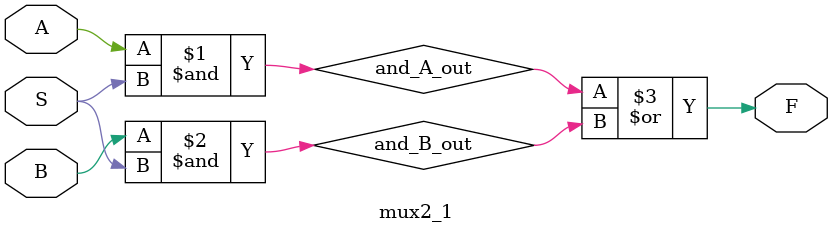
<source format=v>
module mux2_1(A,B,S,F);
    input A,B,S;
    output F;
    wire and_A_out,and_B_out,not_B_out;

    not not_B(not_B_out,B);
    and and_A(and_A_out,A,S);
    and and_B(and_B_out,B,S);
    or or_F_out(F,and_A_out,and_B_out);


endmodule
</source>
